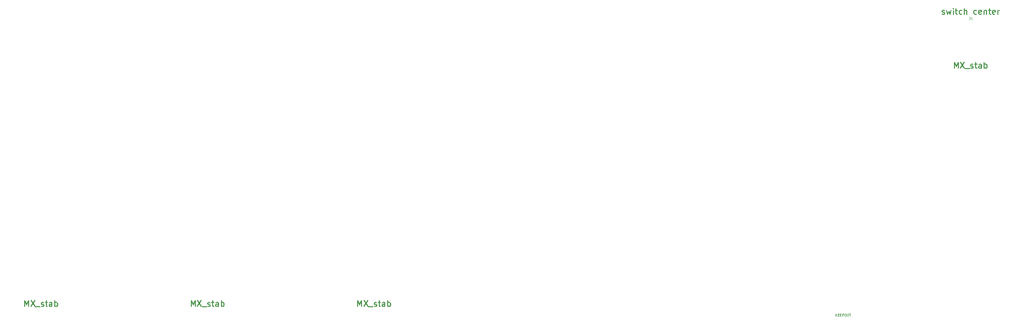
<source format=gbr>
%TF.GenerationSoftware,KiCad,Pcbnew,8.0.5*%
%TF.CreationDate,2024-11-01T20:21:53+01:00*%
%TF.ProjectId,eurovISOn,6575726f-7649-4534-9f6e-2e6b69636164,rev?*%
%TF.SameCoordinates,Original*%
%TF.FileFunction,Other,Comment*%
%FSLAX46Y46*%
G04 Gerber Fmt 4.6, Leading zero omitted, Abs format (unit mm)*
G04 Created by KiCad (PCBNEW 8.0.5) date 2024-11-01 20:21:53*
%MOMM*%
%LPD*%
G01*
G04 APERTURE LIST*
%ADD10C,0.150000*%
%ADD11C,0.070000*%
%ADD12C,0.120000*%
G04 APERTURE END LIST*
D10*
X269470535Y-45095319D02*
X269470535Y-44095319D01*
X269470535Y-44095319D02*
X269803868Y-44809604D01*
X269803868Y-44809604D02*
X270137201Y-44095319D01*
X270137201Y-44095319D02*
X270137201Y-45095319D01*
X270518154Y-44095319D02*
X271184820Y-45095319D01*
X271184820Y-44095319D02*
X270518154Y-45095319D01*
X271327678Y-45190557D02*
X272089582Y-45190557D01*
X272280059Y-45047700D02*
X272375297Y-45095319D01*
X272375297Y-45095319D02*
X272565773Y-45095319D01*
X272565773Y-45095319D02*
X272661011Y-45047700D01*
X272661011Y-45047700D02*
X272708630Y-44952461D01*
X272708630Y-44952461D02*
X272708630Y-44904842D01*
X272708630Y-44904842D02*
X272661011Y-44809604D01*
X272661011Y-44809604D02*
X272565773Y-44761985D01*
X272565773Y-44761985D02*
X272422916Y-44761985D01*
X272422916Y-44761985D02*
X272327678Y-44714366D01*
X272327678Y-44714366D02*
X272280059Y-44619128D01*
X272280059Y-44619128D02*
X272280059Y-44571509D01*
X272280059Y-44571509D02*
X272327678Y-44476271D01*
X272327678Y-44476271D02*
X272422916Y-44428652D01*
X272422916Y-44428652D02*
X272565773Y-44428652D01*
X272565773Y-44428652D02*
X272661011Y-44476271D01*
X272994345Y-44428652D02*
X273375297Y-44428652D01*
X273137202Y-44095319D02*
X273137202Y-44952461D01*
X273137202Y-44952461D02*
X273184821Y-45047700D01*
X273184821Y-45047700D02*
X273280059Y-45095319D01*
X273280059Y-45095319D02*
X273375297Y-45095319D01*
X274137202Y-45095319D02*
X274137202Y-44571509D01*
X274137202Y-44571509D02*
X274089583Y-44476271D01*
X274089583Y-44476271D02*
X273994345Y-44428652D01*
X273994345Y-44428652D02*
X273803869Y-44428652D01*
X273803869Y-44428652D02*
X273708631Y-44476271D01*
X274137202Y-45047700D02*
X274041964Y-45095319D01*
X274041964Y-45095319D02*
X273803869Y-45095319D01*
X273803869Y-45095319D02*
X273708631Y-45047700D01*
X273708631Y-45047700D02*
X273661012Y-44952461D01*
X273661012Y-44952461D02*
X273661012Y-44857223D01*
X273661012Y-44857223D02*
X273708631Y-44761985D01*
X273708631Y-44761985D02*
X273803869Y-44714366D01*
X273803869Y-44714366D02*
X274041964Y-44714366D01*
X274041964Y-44714366D02*
X274137202Y-44666747D01*
X274613393Y-45095319D02*
X274613393Y-44095319D01*
X274613393Y-44476271D02*
X274708631Y-44428652D01*
X274708631Y-44428652D02*
X274899107Y-44428652D01*
X274899107Y-44428652D02*
X274994345Y-44476271D01*
X274994345Y-44476271D02*
X275041964Y-44523890D01*
X275041964Y-44523890D02*
X275089583Y-44619128D01*
X275089583Y-44619128D02*
X275089583Y-44904842D01*
X275089583Y-44904842D02*
X275041964Y-45000080D01*
X275041964Y-45000080D02*
X274994345Y-45047700D01*
X274994345Y-45047700D02*
X274899107Y-45095319D01*
X274899107Y-45095319D02*
X274708631Y-45095319D01*
X274708631Y-45095319D02*
X274613393Y-45047700D01*
X167076785Y-85989319D02*
X167076785Y-84989319D01*
X167076785Y-84989319D02*
X167410118Y-85703604D01*
X167410118Y-85703604D02*
X167743451Y-84989319D01*
X167743451Y-84989319D02*
X167743451Y-85989319D01*
X168124404Y-84989319D02*
X168791070Y-85989319D01*
X168791070Y-84989319D02*
X168124404Y-85989319D01*
X168933928Y-86084557D02*
X169695832Y-86084557D01*
X169886309Y-85941700D02*
X169981547Y-85989319D01*
X169981547Y-85989319D02*
X170172023Y-85989319D01*
X170172023Y-85989319D02*
X170267261Y-85941700D01*
X170267261Y-85941700D02*
X170314880Y-85846461D01*
X170314880Y-85846461D02*
X170314880Y-85798842D01*
X170314880Y-85798842D02*
X170267261Y-85703604D01*
X170267261Y-85703604D02*
X170172023Y-85655985D01*
X170172023Y-85655985D02*
X170029166Y-85655985D01*
X170029166Y-85655985D02*
X169933928Y-85608366D01*
X169933928Y-85608366D02*
X169886309Y-85513128D01*
X169886309Y-85513128D02*
X169886309Y-85465509D01*
X169886309Y-85465509D02*
X169933928Y-85370271D01*
X169933928Y-85370271D02*
X170029166Y-85322652D01*
X170029166Y-85322652D02*
X170172023Y-85322652D01*
X170172023Y-85322652D02*
X170267261Y-85370271D01*
X170600595Y-85322652D02*
X170981547Y-85322652D01*
X170743452Y-84989319D02*
X170743452Y-85846461D01*
X170743452Y-85846461D02*
X170791071Y-85941700D01*
X170791071Y-85941700D02*
X170886309Y-85989319D01*
X170886309Y-85989319D02*
X170981547Y-85989319D01*
X171743452Y-85989319D02*
X171743452Y-85465509D01*
X171743452Y-85465509D02*
X171695833Y-85370271D01*
X171695833Y-85370271D02*
X171600595Y-85322652D01*
X171600595Y-85322652D02*
X171410119Y-85322652D01*
X171410119Y-85322652D02*
X171314881Y-85370271D01*
X171743452Y-85941700D02*
X171648214Y-85989319D01*
X171648214Y-85989319D02*
X171410119Y-85989319D01*
X171410119Y-85989319D02*
X171314881Y-85941700D01*
X171314881Y-85941700D02*
X171267262Y-85846461D01*
X171267262Y-85846461D02*
X171267262Y-85751223D01*
X171267262Y-85751223D02*
X171314881Y-85655985D01*
X171314881Y-85655985D02*
X171410119Y-85608366D01*
X171410119Y-85608366D02*
X171648214Y-85608366D01*
X171648214Y-85608366D02*
X171743452Y-85560747D01*
X172219643Y-85989319D02*
X172219643Y-84989319D01*
X172219643Y-85370271D02*
X172314881Y-85322652D01*
X172314881Y-85322652D02*
X172505357Y-85322652D01*
X172505357Y-85322652D02*
X172600595Y-85370271D01*
X172600595Y-85370271D02*
X172648214Y-85417890D01*
X172648214Y-85417890D02*
X172695833Y-85513128D01*
X172695833Y-85513128D02*
X172695833Y-85798842D01*
X172695833Y-85798842D02*
X172648214Y-85894080D01*
X172648214Y-85894080D02*
X172600595Y-85941700D01*
X172600595Y-85941700D02*
X172505357Y-85989319D01*
X172505357Y-85989319D02*
X172314881Y-85989319D01*
X172314881Y-85989319D02*
X172219643Y-85941700D01*
X109926785Y-85989319D02*
X109926785Y-84989319D01*
X109926785Y-84989319D02*
X110260118Y-85703604D01*
X110260118Y-85703604D02*
X110593451Y-84989319D01*
X110593451Y-84989319D02*
X110593451Y-85989319D01*
X110974404Y-84989319D02*
X111641070Y-85989319D01*
X111641070Y-84989319D02*
X110974404Y-85989319D01*
X111783928Y-86084557D02*
X112545832Y-86084557D01*
X112736309Y-85941700D02*
X112831547Y-85989319D01*
X112831547Y-85989319D02*
X113022023Y-85989319D01*
X113022023Y-85989319D02*
X113117261Y-85941700D01*
X113117261Y-85941700D02*
X113164880Y-85846461D01*
X113164880Y-85846461D02*
X113164880Y-85798842D01*
X113164880Y-85798842D02*
X113117261Y-85703604D01*
X113117261Y-85703604D02*
X113022023Y-85655985D01*
X113022023Y-85655985D02*
X112879166Y-85655985D01*
X112879166Y-85655985D02*
X112783928Y-85608366D01*
X112783928Y-85608366D02*
X112736309Y-85513128D01*
X112736309Y-85513128D02*
X112736309Y-85465509D01*
X112736309Y-85465509D02*
X112783928Y-85370271D01*
X112783928Y-85370271D02*
X112879166Y-85322652D01*
X112879166Y-85322652D02*
X113022023Y-85322652D01*
X113022023Y-85322652D02*
X113117261Y-85370271D01*
X113450595Y-85322652D02*
X113831547Y-85322652D01*
X113593452Y-84989319D02*
X113593452Y-85846461D01*
X113593452Y-85846461D02*
X113641071Y-85941700D01*
X113641071Y-85941700D02*
X113736309Y-85989319D01*
X113736309Y-85989319D02*
X113831547Y-85989319D01*
X114593452Y-85989319D02*
X114593452Y-85465509D01*
X114593452Y-85465509D02*
X114545833Y-85370271D01*
X114545833Y-85370271D02*
X114450595Y-85322652D01*
X114450595Y-85322652D02*
X114260119Y-85322652D01*
X114260119Y-85322652D02*
X114164881Y-85370271D01*
X114593452Y-85941700D02*
X114498214Y-85989319D01*
X114498214Y-85989319D02*
X114260119Y-85989319D01*
X114260119Y-85989319D02*
X114164881Y-85941700D01*
X114164881Y-85941700D02*
X114117262Y-85846461D01*
X114117262Y-85846461D02*
X114117262Y-85751223D01*
X114117262Y-85751223D02*
X114164881Y-85655985D01*
X114164881Y-85655985D02*
X114260119Y-85608366D01*
X114260119Y-85608366D02*
X114498214Y-85608366D01*
X114498214Y-85608366D02*
X114593452Y-85560747D01*
X115069643Y-85989319D02*
X115069643Y-84989319D01*
X115069643Y-85370271D02*
X115164881Y-85322652D01*
X115164881Y-85322652D02*
X115355357Y-85322652D01*
X115355357Y-85322652D02*
X115450595Y-85370271D01*
X115450595Y-85370271D02*
X115498214Y-85417890D01*
X115498214Y-85417890D02*
X115545833Y-85513128D01*
X115545833Y-85513128D02*
X115545833Y-85798842D01*
X115545833Y-85798842D02*
X115498214Y-85894080D01*
X115498214Y-85894080D02*
X115450595Y-85941700D01*
X115450595Y-85941700D02*
X115355357Y-85989319D01*
X115355357Y-85989319D02*
X115164881Y-85989319D01*
X115164881Y-85989319D02*
X115069643Y-85941700D01*
X138501785Y-85989319D02*
X138501785Y-84989319D01*
X138501785Y-84989319D02*
X138835118Y-85703604D01*
X138835118Y-85703604D02*
X139168451Y-84989319D01*
X139168451Y-84989319D02*
X139168451Y-85989319D01*
X139549404Y-84989319D02*
X140216070Y-85989319D01*
X140216070Y-84989319D02*
X139549404Y-85989319D01*
X140358928Y-86084557D02*
X141120832Y-86084557D01*
X141311309Y-85941700D02*
X141406547Y-85989319D01*
X141406547Y-85989319D02*
X141597023Y-85989319D01*
X141597023Y-85989319D02*
X141692261Y-85941700D01*
X141692261Y-85941700D02*
X141739880Y-85846461D01*
X141739880Y-85846461D02*
X141739880Y-85798842D01*
X141739880Y-85798842D02*
X141692261Y-85703604D01*
X141692261Y-85703604D02*
X141597023Y-85655985D01*
X141597023Y-85655985D02*
X141454166Y-85655985D01*
X141454166Y-85655985D02*
X141358928Y-85608366D01*
X141358928Y-85608366D02*
X141311309Y-85513128D01*
X141311309Y-85513128D02*
X141311309Y-85465509D01*
X141311309Y-85465509D02*
X141358928Y-85370271D01*
X141358928Y-85370271D02*
X141454166Y-85322652D01*
X141454166Y-85322652D02*
X141597023Y-85322652D01*
X141597023Y-85322652D02*
X141692261Y-85370271D01*
X142025595Y-85322652D02*
X142406547Y-85322652D01*
X142168452Y-84989319D02*
X142168452Y-85846461D01*
X142168452Y-85846461D02*
X142216071Y-85941700D01*
X142216071Y-85941700D02*
X142311309Y-85989319D01*
X142311309Y-85989319D02*
X142406547Y-85989319D01*
X143168452Y-85989319D02*
X143168452Y-85465509D01*
X143168452Y-85465509D02*
X143120833Y-85370271D01*
X143120833Y-85370271D02*
X143025595Y-85322652D01*
X143025595Y-85322652D02*
X142835119Y-85322652D01*
X142835119Y-85322652D02*
X142739881Y-85370271D01*
X143168452Y-85941700D02*
X143073214Y-85989319D01*
X143073214Y-85989319D02*
X142835119Y-85989319D01*
X142835119Y-85989319D02*
X142739881Y-85941700D01*
X142739881Y-85941700D02*
X142692262Y-85846461D01*
X142692262Y-85846461D02*
X142692262Y-85751223D01*
X142692262Y-85751223D02*
X142739881Y-85655985D01*
X142739881Y-85655985D02*
X142835119Y-85608366D01*
X142835119Y-85608366D02*
X143073214Y-85608366D01*
X143073214Y-85608366D02*
X143168452Y-85560747D01*
X143644643Y-85989319D02*
X143644643Y-84989319D01*
X143644643Y-85370271D02*
X143739881Y-85322652D01*
X143739881Y-85322652D02*
X143930357Y-85322652D01*
X143930357Y-85322652D02*
X144025595Y-85370271D01*
X144025595Y-85370271D02*
X144073214Y-85417890D01*
X144073214Y-85417890D02*
X144120833Y-85513128D01*
X144120833Y-85513128D02*
X144120833Y-85798842D01*
X144120833Y-85798842D02*
X144073214Y-85894080D01*
X144073214Y-85894080D02*
X144025595Y-85941700D01*
X144025595Y-85941700D02*
X143930357Y-85989319D01*
X143930357Y-85989319D02*
X143739881Y-85989319D01*
X143739881Y-85989319D02*
X143644643Y-85941700D01*
D11*
X249110654Y-87652657D02*
X249110654Y-87252657D01*
X249339225Y-87652657D02*
X249167796Y-87424086D01*
X249339225Y-87252657D02*
X249110654Y-87481229D01*
X249510654Y-87443133D02*
X249643987Y-87443133D01*
X249701130Y-87652657D02*
X249510654Y-87652657D01*
X249510654Y-87652657D02*
X249510654Y-87252657D01*
X249510654Y-87252657D02*
X249701130Y-87252657D01*
X249872559Y-87443133D02*
X250005892Y-87443133D01*
X250063035Y-87652657D02*
X249872559Y-87652657D01*
X249872559Y-87652657D02*
X249872559Y-87252657D01*
X249872559Y-87252657D02*
X250063035Y-87252657D01*
X250234464Y-87652657D02*
X250234464Y-87252657D01*
X250234464Y-87252657D02*
X250386845Y-87252657D01*
X250386845Y-87252657D02*
X250424940Y-87271705D01*
X250424940Y-87271705D02*
X250443987Y-87290752D01*
X250443987Y-87290752D02*
X250463035Y-87328848D01*
X250463035Y-87328848D02*
X250463035Y-87385990D01*
X250463035Y-87385990D02*
X250443987Y-87424086D01*
X250443987Y-87424086D02*
X250424940Y-87443133D01*
X250424940Y-87443133D02*
X250386845Y-87462181D01*
X250386845Y-87462181D02*
X250234464Y-87462181D01*
X250710654Y-87252657D02*
X250786845Y-87252657D01*
X250786845Y-87252657D02*
X250824940Y-87271705D01*
X250824940Y-87271705D02*
X250863035Y-87309800D01*
X250863035Y-87309800D02*
X250882083Y-87385990D01*
X250882083Y-87385990D02*
X250882083Y-87519324D01*
X250882083Y-87519324D02*
X250863035Y-87595514D01*
X250863035Y-87595514D02*
X250824940Y-87633610D01*
X250824940Y-87633610D02*
X250786845Y-87652657D01*
X250786845Y-87652657D02*
X250710654Y-87652657D01*
X250710654Y-87652657D02*
X250672559Y-87633610D01*
X250672559Y-87633610D02*
X250634464Y-87595514D01*
X250634464Y-87595514D02*
X250615416Y-87519324D01*
X250615416Y-87519324D02*
X250615416Y-87385990D01*
X250615416Y-87385990D02*
X250634464Y-87309800D01*
X250634464Y-87309800D02*
X250672559Y-87271705D01*
X250672559Y-87271705D02*
X250710654Y-87252657D01*
X251053512Y-87252657D02*
X251053512Y-87576467D01*
X251053512Y-87576467D02*
X251072559Y-87614562D01*
X251072559Y-87614562D02*
X251091607Y-87633610D01*
X251091607Y-87633610D02*
X251129702Y-87652657D01*
X251129702Y-87652657D02*
X251205893Y-87652657D01*
X251205893Y-87652657D02*
X251243988Y-87633610D01*
X251243988Y-87633610D02*
X251263035Y-87614562D01*
X251263035Y-87614562D02*
X251282083Y-87576467D01*
X251282083Y-87576467D02*
X251282083Y-87252657D01*
X251415417Y-87252657D02*
X251643988Y-87252657D01*
X251529702Y-87652657D02*
X251529702Y-87252657D01*
D10*
X267399106Y-35757200D02*
X267494344Y-35804819D01*
X267494344Y-35804819D02*
X267684820Y-35804819D01*
X267684820Y-35804819D02*
X267780058Y-35757200D01*
X267780058Y-35757200D02*
X267827677Y-35661961D01*
X267827677Y-35661961D02*
X267827677Y-35614342D01*
X267827677Y-35614342D02*
X267780058Y-35519104D01*
X267780058Y-35519104D02*
X267684820Y-35471485D01*
X267684820Y-35471485D02*
X267541963Y-35471485D01*
X267541963Y-35471485D02*
X267446725Y-35423866D01*
X267446725Y-35423866D02*
X267399106Y-35328628D01*
X267399106Y-35328628D02*
X267399106Y-35281009D01*
X267399106Y-35281009D02*
X267446725Y-35185771D01*
X267446725Y-35185771D02*
X267541963Y-35138152D01*
X267541963Y-35138152D02*
X267684820Y-35138152D01*
X267684820Y-35138152D02*
X267780058Y-35185771D01*
X268161011Y-35138152D02*
X268351487Y-35804819D01*
X268351487Y-35804819D02*
X268541963Y-35328628D01*
X268541963Y-35328628D02*
X268732439Y-35804819D01*
X268732439Y-35804819D02*
X268922915Y-35138152D01*
X269303868Y-35804819D02*
X269303868Y-35138152D01*
X269303868Y-34804819D02*
X269256249Y-34852438D01*
X269256249Y-34852438D02*
X269303868Y-34900057D01*
X269303868Y-34900057D02*
X269351487Y-34852438D01*
X269351487Y-34852438D02*
X269303868Y-34804819D01*
X269303868Y-34804819D02*
X269303868Y-34900057D01*
X269637201Y-35138152D02*
X270018153Y-35138152D01*
X269780058Y-34804819D02*
X269780058Y-35661961D01*
X269780058Y-35661961D02*
X269827677Y-35757200D01*
X269827677Y-35757200D02*
X269922915Y-35804819D01*
X269922915Y-35804819D02*
X270018153Y-35804819D01*
X270780058Y-35757200D02*
X270684820Y-35804819D01*
X270684820Y-35804819D02*
X270494344Y-35804819D01*
X270494344Y-35804819D02*
X270399106Y-35757200D01*
X270399106Y-35757200D02*
X270351487Y-35709580D01*
X270351487Y-35709580D02*
X270303868Y-35614342D01*
X270303868Y-35614342D02*
X270303868Y-35328628D01*
X270303868Y-35328628D02*
X270351487Y-35233390D01*
X270351487Y-35233390D02*
X270399106Y-35185771D01*
X270399106Y-35185771D02*
X270494344Y-35138152D01*
X270494344Y-35138152D02*
X270684820Y-35138152D01*
X270684820Y-35138152D02*
X270780058Y-35185771D01*
X271208630Y-35804819D02*
X271208630Y-34804819D01*
X271637201Y-35804819D02*
X271637201Y-35281009D01*
X271637201Y-35281009D02*
X271589582Y-35185771D01*
X271589582Y-35185771D02*
X271494344Y-35138152D01*
X271494344Y-35138152D02*
X271351487Y-35138152D01*
X271351487Y-35138152D02*
X271256249Y-35185771D01*
X271256249Y-35185771D02*
X271208630Y-35233390D01*
X273303868Y-35757200D02*
X273208630Y-35804819D01*
X273208630Y-35804819D02*
X273018154Y-35804819D01*
X273018154Y-35804819D02*
X272922916Y-35757200D01*
X272922916Y-35757200D02*
X272875297Y-35709580D01*
X272875297Y-35709580D02*
X272827678Y-35614342D01*
X272827678Y-35614342D02*
X272827678Y-35328628D01*
X272827678Y-35328628D02*
X272875297Y-35233390D01*
X272875297Y-35233390D02*
X272922916Y-35185771D01*
X272922916Y-35185771D02*
X273018154Y-35138152D01*
X273018154Y-35138152D02*
X273208630Y-35138152D01*
X273208630Y-35138152D02*
X273303868Y-35185771D01*
X274113392Y-35757200D02*
X274018154Y-35804819D01*
X274018154Y-35804819D02*
X273827678Y-35804819D01*
X273827678Y-35804819D02*
X273732440Y-35757200D01*
X273732440Y-35757200D02*
X273684821Y-35661961D01*
X273684821Y-35661961D02*
X273684821Y-35281009D01*
X273684821Y-35281009D02*
X273732440Y-35185771D01*
X273732440Y-35185771D02*
X273827678Y-35138152D01*
X273827678Y-35138152D02*
X274018154Y-35138152D01*
X274018154Y-35138152D02*
X274113392Y-35185771D01*
X274113392Y-35185771D02*
X274161011Y-35281009D01*
X274161011Y-35281009D02*
X274161011Y-35376247D01*
X274161011Y-35376247D02*
X273684821Y-35471485D01*
X274589583Y-35138152D02*
X274589583Y-35804819D01*
X274589583Y-35233390D02*
X274637202Y-35185771D01*
X274637202Y-35185771D02*
X274732440Y-35138152D01*
X274732440Y-35138152D02*
X274875297Y-35138152D01*
X274875297Y-35138152D02*
X274970535Y-35185771D01*
X274970535Y-35185771D02*
X275018154Y-35281009D01*
X275018154Y-35281009D02*
X275018154Y-35804819D01*
X275351488Y-35138152D02*
X275732440Y-35138152D01*
X275494345Y-34804819D02*
X275494345Y-35661961D01*
X275494345Y-35661961D02*
X275541964Y-35757200D01*
X275541964Y-35757200D02*
X275637202Y-35804819D01*
X275637202Y-35804819D02*
X275732440Y-35804819D01*
X276446726Y-35757200D02*
X276351488Y-35804819D01*
X276351488Y-35804819D02*
X276161012Y-35804819D01*
X276161012Y-35804819D02*
X276065774Y-35757200D01*
X276065774Y-35757200D02*
X276018155Y-35661961D01*
X276018155Y-35661961D02*
X276018155Y-35281009D01*
X276018155Y-35281009D02*
X276065774Y-35185771D01*
X276065774Y-35185771D02*
X276161012Y-35138152D01*
X276161012Y-35138152D02*
X276351488Y-35138152D01*
X276351488Y-35138152D02*
X276446726Y-35185771D01*
X276446726Y-35185771D02*
X276494345Y-35281009D01*
X276494345Y-35281009D02*
X276494345Y-35376247D01*
X276494345Y-35376247D02*
X276018155Y-35471485D01*
X276922917Y-35804819D02*
X276922917Y-35138152D01*
X276922917Y-35328628D02*
X276970536Y-35233390D01*
X276970536Y-35233390D02*
X277018155Y-35185771D01*
X277018155Y-35185771D02*
X277113393Y-35138152D01*
X277113393Y-35138152D02*
X277208631Y-35138152D01*
D12*
%TO.C,LED10*%
X272006250Y-36270000D02*
X272256250Y-36520000D01*
X272256250Y-36520000D02*
X272006250Y-36770000D01*
X272256250Y-36520000D02*
X272506250Y-36770000D01*
X272506250Y-36270000D02*
X272256250Y-36520000D01*
%TD*%
M02*

</source>
